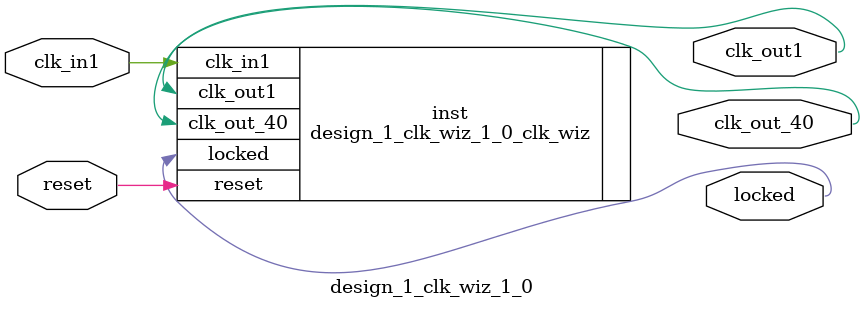
<source format=v>


`timescale 1ps/1ps

(* CORE_GENERATION_INFO = "design_1_clk_wiz_1_0,clk_wiz_v5_4_0_0,{component_name=design_1_clk_wiz_1_0,use_phase_alignment=true,use_min_o_jitter=false,use_max_i_jitter=false,use_dyn_phase_shift=false,use_inclk_switchover=false,use_dyn_reconfig=false,enable_axi=0,feedback_source=FDBK_AUTO,PRIMITIVE=MMCM,num_out_clk=2,clkin1_period=8.000,clkin2_period=10.000,use_power_down=false,use_reset=true,use_locked=true,use_inclk_stopped=false,feedback_type=SINGLE,CLOCK_MGR_TYPE=NA,manual_override=false}" *)

module design_1_clk_wiz_1_0 
 (
  // Clock out ports
  output        clk_out1,
  output        clk_out_40,
  // Status and control signals
  input         reset,
  output        locked,
 // Clock in ports
  input         clk_in1
 );

  design_1_clk_wiz_1_0_clk_wiz inst
  (
  // Clock out ports  
  .clk_out1(clk_out1),
  .clk_out_40(clk_out_40),
  // Status and control signals               
  .reset(reset), 
  .locked(locked),
 // Clock in ports
  .clk_in1(clk_in1)
  );

endmodule

</source>
